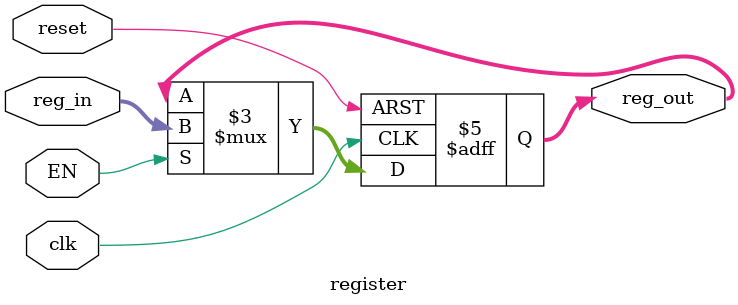
<source format=v>

/*
parallel in / parallel out register

*/

module register(output reg [7:0]reg_out,
		input wire [7:0]reg_in, input wire EN, clk, reset);
always @ (posedge clk or negedge reset)
	if(!reset)
	begin
		reg_out <= 0;
	end 
	else 
	begin 
		if(EN)
			reg_out <= reg_in;
	end 
endmodule 
</source>
